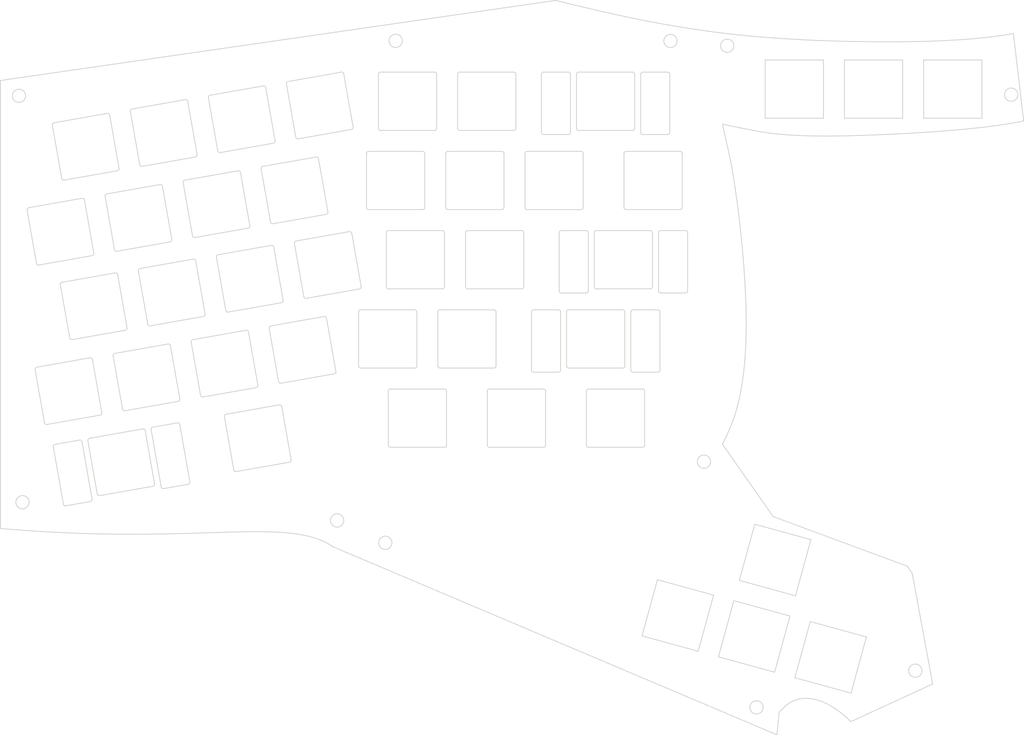
<source format=kicad_pcb>
(kicad_pcb (version 20171130) (host pcbnew "(5.1.6)-1")

  (general
    (thickness 1.6)
    (drawings 408)
    (tracks 0)
    (zones 0)
    (modules 0)
    (nets 1)
  )

  (page A4)
  (layers
    (0 F.Cu signal)
    (31 B.Cu signal)
    (32 B.Adhes user)
    (33 F.Adhes user)
    (34 B.Paste user)
    (35 F.Paste user)
    (36 B.SilkS user)
    (37 F.SilkS user)
    (38 B.Mask user)
    (39 F.Mask user)
    (40 Dwgs.User user)
    (41 Cmts.User user)
    (42 Eco1.User user)
    (43 Eco2.User user)
    (44 Edge.Cuts user)
    (45 Margin user)
    (46 B.CrtYd user)
    (47 F.CrtYd user)
    (48 B.Fab user)
    (49 F.Fab user)
  )

  (setup
    (last_trace_width 0.254)
    (user_trace_width 0.381)
    (trace_clearance 0.254)
    (zone_clearance 0.508)
    (zone_45_only no)
    (trace_min 0.2)
    (via_size 0.8)
    (via_drill 0.4)
    (via_min_size 0.4)
    (via_min_drill 0.3)
    (uvia_size 0.3)
    (uvia_drill 0.1)
    (uvias_allowed no)
    (uvia_min_size 0.2)
    (uvia_min_drill 0.1)
    (edge_width 0.05)
    (segment_width 0.2)
    (pcb_text_width 0.3)
    (pcb_text_size 1.5 1.5)
    (mod_edge_width 0.12)
    (mod_text_size 1 1)
    (mod_text_width 0.15)
    (pad_size 1.524 1.524)
    (pad_drill 0.762)
    (pad_to_mask_clearance 0)
    (aux_axis_origin 0 0)
    (visible_elements FFFFFF7F)
    (pcbplotparams
      (layerselection 0x010fc_ffffffff)
      (usegerberextensions false)
      (usegerberattributes true)
      (usegerberadvancedattributes true)
      (creategerberjobfile true)
      (excludeedgelayer true)
      (linewidth 0.100000)
      (plotframeref false)
      (viasonmask false)
      (mode 1)
      (useauxorigin false)
      (hpglpennumber 1)
      (hpglpenspeed 20)
      (hpglpendiameter 15.000000)
      (psnegative false)
      (psa4output false)
      (plotreference true)
      (plotvalue true)
      (plotinvisibletext false)
      (padsonsilk false)
      (subtractmaskfromsilk false)
      (outputformat 1)
      (mirror false)
      (drillshape 1)
      (scaleselection 1)
      (outputdirectory ""))
  )

  (net 0 "")

  (net_class Default "This is the default net class."
    (clearance 0.254)
    (trace_width 0.254)
    (via_dia 0.8)
    (via_drill 0.4)
    (uvia_dia 0.3)
    (uvia_drill 0.1)
  )

  (gr_circle (center 31.842236 39.970449) (end 30.242236 39.970449) (layer Edge.Cuts) (width 0.2))
  (gr_circle (center 202.137623 27.927227) (end 200.537623 27.927227) (layer Edge.Cuts) (width 0.2))
  (gr_circle (center 196.544593 127.933021) (end 194.944593 127.933021) (layer Edge.Cuts) (width 0.2))
  (gr_circle (center 122.427311 26.75343) (end 120.827311 26.75343) (layer Edge.Cuts) (width 0.2))
  (gr_circle (center 119.924232 147.447424) (end 118.324232 147.447424) (layer Edge.Cuts) (width 0.2))
  (gr_line (start 225.277857 31.361151) (end 211.277857 31.361151) (layer Edge.Cuts) (width 0.2))
  (gr_curve (pts (xy 104.066865 146.681069) (xy 105.671929 147.301048) (xy 106.75697 147.972378) (xy 107.435066 148.442166)) (layer Edge.Cuts) (width 0.2))
  (gr_curve (pts (xy 202.168381 25.019871) (xy 187.672323 23.331903) (xy 174.303273 20.370742) (xy 160.891209 17.028601)) (layer Edge.Cuts) (width 0.2))
  (gr_curve (pts (xy 243.247038 26.975893) (xy 231.463501 27.061831) (xy 216.139153 26.646674) (xy 202.168381 25.019871)) (layer Edge.Cuts) (width 0.2))
  (gr_curve (pts (xy 228.567112 187.641356) (xy 229.744206 188.467591) (xy 230.85116 189.418316) (xy 231.854152 190.45085)) (layer Edge.Cuts) (width 0.2))
  (gr_curve (pts (xy 241.836527 49.190195) (xy 262.100467 48.209626) (xy 269.957325 46.704091) (xy 273.427479 46.02204)) (layer Edge.Cuts) (width 0.2))
  (gr_line (start 231.854152 190.45085) (end 251.533756 181.39977) (layer Edge.Cuts) (width 0.2))
  (gr_line (start 200.034426 174.867193) (end 213.537573 178.563816) (layer Edge.Cuts) (width 0.2))
  (gr_line (start 211.277857 31.361151) (end 211.277857 45.361151) (layer Edge.Cuts) (width 0.2))
  (gr_line (start 230.327857 45.361151) (end 244.327857 45.361151) (layer Edge.Cuts) (width 0.2))
  (gr_curve (pts (xy 206.694468 93.064345) (xy 206.540043 80.745874) (xy 204.881577 67.824545) (xy 204.035627 62.050055)) (layer Edge.Cuts) (width 0.2))
  (gr_curve (pts (xy 219.235368 185.065293) (xy 220.065404 184.858283) (xy 220.936204 184.793872) (xy 221.849318 184.873105)) (layer Edge.Cuts) (width 0.2))
  (gr_line (start 107.435066 148.442166) (end 214.07832 193.609275) (layer Edge.Cuts) (width 0.2))
  (gr_line (start 263.377857 45.361151) (end 263.377857 31.361151) (layer Edge.Cuts) (width 0.2))
  (gr_curve (pts (xy 214.631607 188.139294) (xy 216.060883 186.764517) (xy 216.350665 186.485785) (xy 216.791612 186.176447)) (layer Edge.Cuts) (width 0.2))
  (gr_line (start 244.327857 31.361151) (end 230.327857 31.361151) (layer Edge.Cuts) (width 0.2))
  (gr_line (start 249.377857 45.361151) (end 263.377857 45.361151) (layer Edge.Cuts) (width 0.2))
  (gr_curve (pts (xy 204.606043 114.556763) (xy 206.563805 107.092986) (xy 206.764299 98.63476) (xy 206.694468 93.064345)) (layer Edge.Cuts) (width 0.2))
  (gr_line (start 213.206538 141.15327) (end 201.008927 123.773996) (layer Edge.Cuts) (width 0.2))
  (gr_line (start 246.631884 154.801956) (end 246.51924 154.625646) (layer Edge.Cuts) (width 0.2))
  (gr_line (start 263.377857 31.361151) (end 249.377857 31.361151) (layer Edge.Cuts) (width 0.2))
  (gr_line (start 218.408351 179.897241) (end 231.911498 183.593864) (layer Edge.Cuts) (width 0.2))
  (gr_line (start 203.731049 161.364046) (end 200.034426 174.867193) (layer Edge.Cuts) (width 0.2))
  (gr_curve (pts (xy 91.698391 144.800527) (xy 94.938424 144.87719) (xy 97.792133 145.110332) (xy 100.286559 145.608078)) (layer Edge.Cuts) (width 0.2))
  (gr_line (start 231.911498 183.593864) (end 235.608121 170.090716) (layer Edge.Cuts) (width 0.2))
  (gr_line (start 198.860271 160.030622) (end 185.357124 156.333999) (layer Edge.Cuts) (width 0.2))
  (gr_line (start 230.327857 31.361151) (end 230.327857 45.361151) (layer Edge.Cuts) (width 0.2))
  (gr_curve (pts (xy 200.994869 46.81741) (xy 209.917086 48.585115) (xy 210.526342 48.766855) (xy 214.297057 49.147734)) (layer Edge.Cuts) (width 0.2))
  (gr_line (start 245.435609 153.081677) (end 213.206538 141.15327) (layer Edge.Cuts) (width 0.2))
  (gr_line (start 218.567621 160.189891) (end 222.264243 146.686744) (layer Edge.Cuts) (width 0.2))
  (gr_line (start 225.277857 45.361151) (end 225.277857 31.361151) (layer Edge.Cuts) (width 0.2))
  (gr_curve (pts (xy 270.951644 24.995412) (xy 262.84004 26.448932) (xy 253.370119 26.902066) (xy 243.247038 26.975893)) (layer Edge.Cuts) (width 0.2))
  (gr_line (start 246.51924 154.625646) (end 245.435609 153.081677) (layer Edge.Cuts) (width 0.2))
  (gr_curve (pts (xy 224.931451 185.633728) (xy 226.475347 186.239142) (xy 227.743389 187.063162) (xy 228.567112 187.641356)) (layer Edge.Cuts) (width 0.2))
  (gr_line (start 181.660501 169.837146) (end 195.163648 173.533769) (layer Edge.Cuts) (width 0.2))
  (gr_line (start 160.891209 17.028601) (end 27.375751 36.285125) (layer Edge.Cuts) (width 0.2))
  (gr_line (start 273.427479 46.02204) (end 270.951644 24.995412) (layer Edge.Cuts) (width 0.2))
  (gr_curve (pts (xy 204.035627 62.050055) (xy 203.173503 56.165162) (xy 203.027273 55.853942) (xy 200.994869 46.81741)) (layer Edge.Cuts) (width 0.2))
  (gr_line (start 214.07832 193.609275) (end 214.631607 188.139294) (layer Edge.Cuts) (width 0.2))
  (gr_curve (pts (xy 221.849318 184.873105) (xy 223.010465 184.973859) (xy 224.077823 185.298992) (xy 224.931451 185.633728)) (layer Edge.Cuts) (width 0.2))
  (gr_line (start 235.608121 170.090716) (end 222.104974 166.394094) (layer Edge.Cuts) (width 0.2))
  (gr_line (start 222.104974 166.394094) (end 218.408351 179.897241) (layer Edge.Cuts) (width 0.2))
  (gr_line (start 244.327857 45.361151) (end 244.327857 31.361151) (layer Edge.Cuts) (width 0.2))
  (gr_line (start 222.264243 146.686744) (end 208.761096 142.990121) (layer Edge.Cuts) (width 0.2))
  (gr_curve (pts (xy 214.297057 49.147734) (xy 218.077701 49.529616) (xy 224.715863 50.018662) (xy 241.836527 49.190195)) (layer Edge.Cuts) (width 0.2))
  (gr_line (start 251.533756 181.39977) (end 246.631884 154.801956) (layer Edge.Cuts) (width 0.2))
  (gr_curve (pts (xy 100.286559 145.608078) (xy 101.571501 145.864479) (xy 102.843348 146.208468) (xy 104.066865 146.681069)) (layer Edge.Cuts) (width 0.2))
  (gr_line (start 205.064474 156.493268) (end 218.567621 160.189891) (layer Edge.Cuts) (width 0.2))
  (gr_line (start 208.761096 142.990121) (end 205.064474 156.493268) (layer Edge.Cuts) (width 0.2))
  (gr_curve (pts (xy 201.008927 123.773996) (xy 202.712282 120.178043) (xy 203.571083 118.502449) (xy 204.606043 114.556763)) (layer Edge.Cuts) (width 0.2))
  (gr_line (start 213.537573 178.563816) (end 217.234196 165.060669) (layer Edge.Cuts) (width 0.2))
  (gr_line (start 249.377857 31.361151) (end 249.377857 45.361151) (layer Edge.Cuts) (width 0.2))
  (gr_line (start 195.163648 173.533769) (end 198.860271 160.030622) (layer Edge.Cuts) (width 0.2))
  (gr_line (start 217.234196 165.060669) (end 203.731049 161.364046) (layer Edge.Cuts) (width 0.2))
  (gr_curve (pts (xy 216.791612 186.176447) (xy 217.526649 185.660796) (xy 218.366271 185.282044) (xy 219.235368 185.065293)) (layer Edge.Cuts) (width 0.2))
  (gr_line (start 211.277857 45.361151) (end 225.277857 45.361151) (layer Edge.Cuts) (width 0.2))
  (gr_curve (pts (xy 71.337017 145.211837) (xy 80.082887 144.975386) (xy 86.381126 144.674715) (xy 91.698391 144.800527)) (layer Edge.Cuts) (width 0.2))
  (gr_line (start 185.357124 156.333999) (end 181.660501 169.837146) (layer Edge.Cuts) (width 0.2))
  (gr_line (start 164.012 105.43) (end 177.012 105.43) (layer Edge.Cuts) (width 0.2))
  (gr_line (start 132.55575 91.93) (end 132.55575 104.93) (layer Edge.Cuts) (width 0.2))
  (gr_curve (pts (xy 33.354973 144.478065) (xy 49.893417 145.663666) (xy 62.606025 145.447885) (xy 71.337017 145.211837)) (layer Edge.Cuts) (width 0.2))
  (gr_line (start 27.375751 36.285125) (end 27.37575 144.000949) (layer Edge.Cuts) (width 0.2))
  (gr_arc (start 179.39325 34.78) (end 179.89325 34.78) (angle -90) (layer Edge.Cuts) (width 0.2))
  (gr_line (start 179.39325 34.28) (end 166.39325 34.28) (layer Edge.Cuts) (width 0.2))
  (gr_arc (start 133.05575 104.93) (end 132.55575 104.93) (angle -90) (layer Edge.Cuts) (width 0.2))
  (gr_arc (start 166.39325 47.78) (end 165.89325 47.78) (angle -90) (layer Edge.Cuts) (width 0.2))
  (gr_arc (start 150.81825 47.78) (end 150.81825 48.28) (angle -90) (layer Edge.Cuts) (width 0.2))
  (gr_line (start 177.512 104.93) (end 177.512 91.93) (layer Edge.Cuts) (width 0.2))
  (gr_line (start 146.05575 91.43) (end 133.05575 91.43) (layer Edge.Cuts) (width 0.2))
  (gr_arc (start 115.91075 66.83) (end 115.41075 66.83) (angle -90) (layer Edge.Cuts) (width 0.2))
  (gr_line (start 137.81825 34.28) (end 150.81825 34.28) (layer Edge.Cuts) (width 0.2))
  (gr_arc (start 137.81825 34.78) (end 137.81825 34.28) (angle -90) (layer Edge.Cuts) (width 0.2))
  (gr_line (start 179.89325 47.78) (end 179.89325 34.78) (layer Edge.Cuts) (width 0.2))
  (gr_line (start 128.91075 67.33) (end 115.91075 67.33) (layer Edge.Cuts) (width 0.2))
  (gr_curve (pts (xy 27.37575 144.000949) (xy 29.259333 144.166325) (xy 31.249585 144.327135) (xy 33.354973 144.478065)) (layer Edge.Cuts) (width 0.2))
  (gr_arc (start 179.39325 47.78) (end 179.39325 48.28) (angle -90) (layer Edge.Cuts) (width 0.2))
  (gr_line (start 137.31825 47.78) (end 137.31825 34.78) (layer Edge.Cuts) (width 0.2))
  (gr_line (start 170.1795 85.88) (end 170.1795 72.88) (layer Edge.Cuts) (width 0.2))
  (gr_arc (start 146.05575 104.93) (end 146.05575 105.43) (angle -90) (layer Edge.Cuts) (width 0.2))
  (gr_line (start 150.81825 48.28) (end 137.81825 48.28) (layer Edge.Cuts) (width 0.2))
  (gr_line (start 151.31825 34.78) (end 151.31825 47.78) (layer Edge.Cuts) (width 0.2))
  (gr_arc (start 150.81825 34.78) (end 151.31825 34.78) (angle -90) (layer Edge.Cuts) (width 0.2))
  (gr_line (start 183.6795 86.38) (end 170.6795 86.38) (layer Edge.Cuts) (width 0.2))
  (gr_arc (start 170.6795 72.88) (end 170.6795 72.38) (angle -90) (layer Edge.Cuts) (width 0.2))
  (gr_line (start 133.05575 105.43) (end 146.05575 105.43) (layer Edge.Cuts) (width 0.2))
  (gr_arc (start 137.81825 47.78) (end 137.31825 47.78) (angle -90) (layer Edge.Cuts) (width 0.2))
  (gr_arc (start 166.39325 34.78) (end 166.39325 34.28) (angle -90) (layer Edge.Cuts) (width 0.2))
  (gr_arc (start 183.6795 85.88) (end 183.6795 86.38) (angle -90) (layer Edge.Cuts) (width 0.2))
  (gr_arc (start 146.05575 91.93) (end 146.55575 91.93) (angle -90) (layer Edge.Cuts) (width 0.2))
  (gr_line (start 165.89325 34.78) (end 165.89325 47.78) (layer Edge.Cuts) (width 0.2))
  (gr_arc (start 183.6795 72.88) (end 184.1795 72.88) (angle -90) (layer Edge.Cuts) (width 0.2))
  (gr_arc (start 177.012 104.93) (end 177.012 105.43) (angle -90) (layer Edge.Cuts) (width 0.2))
  (gr_arc (start 164.012 104.93) (end 163.512 104.93) (angle -90) (layer Edge.Cuts) (width 0.2))
  (gr_line (start 146.55575 104.93) (end 146.55575 91.93) (layer Edge.Cuts) (width 0.2))
  (gr_arc (start 133.05575 91.93) (end 133.05575 91.43) (angle -90) (layer Edge.Cuts) (width 0.2))
  (gr_line (start 163.512 91.93) (end 163.512 104.93) (layer Edge.Cuts) (width 0.2))
  (gr_arc (start 164.012 91.93) (end 164.012 91.43) (angle -90) (layer Edge.Cuts) (width 0.2))
  (gr_line (start 177.012 91.43) (end 164.012 91.43) (layer Edge.Cuts) (width 0.2))
  (gr_line (start 166.39325 48.28) (end 179.39325 48.28) (layer Edge.Cuts) (width 0.2))
  (gr_line (start 184.1795 72.88) (end 184.1795 85.88) (layer Edge.Cuts) (width 0.2))
  (gr_line (start 170.6795 72.38) (end 183.6795 72.38) (layer Edge.Cuts) (width 0.2))
  (gr_arc (start 170.6795 85.88) (end 170.1795 85.88) (angle -90) (layer Edge.Cuts) (width 0.2))
  (gr_line (start 115.41075 66.83) (end 115.41075 53.83) (layer Edge.Cuts) (width 0.2))
  (gr_arc (start 177.012 91.93) (end 177.512 91.93) (angle -90) (layer Edge.Cuts) (width 0.2))
  (gr_line (start 62.19028 120.4695) (end 64.447706 133.272) (layer Edge.Cuts) (width 0.2))
  (gr_line (start 62.80499 94.873902) (end 60.547564 82.071401) (layer Edge.Cuts) (width 0.2))
  (gr_arc (start 71.91662 41.378975) (end 72.409024 41.292151) (angle -90) (layer Edge.Cuts) (width 0.2))
  (gr_arc (start 61.371546 56.438902) (end 60.879142 56.525726) (angle -90.00001248) (layer Edge.Cuts) (width 0.2))
  (gr_arc (start 111.363644 73.111154) (end 111.856048 73.02433) (angle -90.00001248) (layer Edge.Cuts) (width 0.2))
  (gr_arc (start 61.697876 120.556324) (end 62.19028 120.4695) (angle -90) (layer Edge.Cuts) (width 0.2))
  (gr_line (start 100.326165 88.257905) (end 98.068739 75.455404) (layer Edge.Cuts) (width 0.2))
  (gr_arc (start 83.983831 129.827253) (end 83.491427 129.914077) (angle -90.00001248) (layer Edge.Cuts) (width 0.2))
  (gr_arc (start 73.842468 79.727151) (end 74.334872 79.640326) (angle -89.99989963) (layer Edge.Cuts) (width 0.2))
  (gr_line (start 96.873156 128.062231) (end 84.070655 130.319657) (layer Edge.Cuts) (width 0.2))
  (gr_line (start 60.953144 81.492173) (end 73.755644 79.234747) (layer Edge.Cuts) (width 0.2))
  (gr_line (start 52.954999 63.558585) (end 65.7575 61.301158) (layer Edge.Cuts) (width 0.2))
  (gr_line (start 81.639581 116.532349) (end 94.442081 114.274922) (layer Edge.Cuts) (width 0.2))
  (gr_line (start 50.660398 135.703074) (end 48.402972 122.900574) (layer Edge.Cuts) (width 0.2))
  (gr_arc (start 59.114119 43.636401) (end 59.027295 43.143997) (angle -90) (layer Edge.Cuts) (width 0.2))
  (gr_line (start 64.042127 133.851228) (end 51.239626 136.108654) (layer Edge.Cuts) (width 0.2))
  (gr_line (start 60.879142 56.525726) (end 58.621715 43.723225) (layer Edge.Cuts) (width 0.2))
  (gr_line (start 72.409024 41.292151) (end 74.66645 54.094651) (layer Edge.Cuts) (width 0.2))
  (gr_line (start 111.856048 73.02433) (end 114.113474 85.826831) (layer Edge.Cuts) (width 0.2))
  (gr_line (start 98.474319 74.876176) (end 111.27682 72.61875) (layer Edge.Cuts) (width 0.2))
  (gr_arc (start 98.561143 75.36858) (end 98.474319 74.876176) (angle -89.99998752) (layer Edge.Cuts) (width 0.2))
  (gr_arc (start 81.726405 117.024753) (end 81.639581 116.532349) (angle -90) (layer Edge.Cuts) (width 0.2))
  (gr_arc (start 94.528905 114.767326) (end 95.021309 114.680502) (angle -90) (layer Edge.Cuts) (width 0.2))
  (gr_line (start 83.491427 129.914077) (end 81.234001 117.111577) (layer Edge.Cuts) (width 0.2))
  (gr_line (start 95.021309 114.680502) (end 97.278736 127.483003) (layer Edge.Cuts) (width 0.2))
  (gr_line (start 48.808551 122.321346) (end 61.611052 120.06392) (layer Edge.Cuts) (width 0.2))
  (gr_arc (start 63.955303 133.358824) (end 64.042127 133.851228) (angle -90.0000199) (layer Edge.Cuts) (width 0.2))
  (gr_arc (start 74.174046 54.181475) (end 74.26087 54.673879) (angle -89.99998752) (layer Edge.Cuts) (width 0.2))
  (gr_arc (start 96.786332 127.569827) (end 96.873156 128.062231) (angle -90) (layer Edge.Cuts) (width 0.2))
  (gr_arc (start 48.895376 122.81375) (end 48.808551 122.321346) (angle -89.99988715) (layer Edge.Cuts) (width 0.2))
  (gr_arc (start 63.297394 94.787078) (end 62.80499 94.873902) (angle -90.0000199) (layer Edge.Cuts) (width 0.2))
  (gr_line (start 59.027295 43.143997) (end 71.829796 40.886571) (layer Edge.Cuts) (width 0.2))
  (gr_line (start 74.334872 79.640326) (end 76.592299 92.442827) (layer Edge.Cuts) (width 0.2))
  (gr_line (start 74.26087 54.673879) (end 61.45837 56.931306) (layer Edge.Cuts) (width 0.2))
  (gr_line (start 115.91075 53.33) (end 128.91075 53.33) (layer Edge.Cuts) (width 0.2))
  (gr_arc (start 128.91075 66.83) (end 128.91075 67.33) (angle -90) (layer Edge.Cuts) (width 0.2))
  (gr_arc (start 76.099895 92.529651) (end 76.186719 93.022055) (angle -90) (layer Edge.Cuts) (width 0.2))
  (gr_line (start 113.707894 86.406059) (end 100.905393 88.663485) (layer Edge.Cuts) (width 0.2))
  (gr_arc (start 61.039968 81.984577) (end 60.953144 81.492173) (angle -90) (layer Edge.Cuts) (width 0.2))
  (gr_line (start 129.41075 53.83) (end 129.41075 66.83) (layer Edge.Cuts) (width 0.2))
  (gr_arc (start 128.91075 53.83) (end 129.41075 53.83) (angle -90) (layer Edge.Cuts) (width 0.2))
  (gr_line (start 76.186719 93.022055) (end 63.384218 95.279481) (layer Edge.Cuts) (width 0.2))
  (gr_arc (start 115.91075 53.83) (end 115.91075 53.33) (angle -90) (layer Edge.Cuts) (width 0.2))
  (gr_arc (start 100.818569 88.171081) (end 100.326165 88.257905) (angle -90) (layer Edge.Cuts) (width 0.2))
  (gr_arc (start 113.62107 85.913655) (end 113.707894 86.406059) (angle -90) (layer Edge.Cuts) (width 0.2))
  (gr_arc (start 51.152802 135.61625) (end 50.660398 135.703074) (angle -90) (layer Edge.Cuts) (width 0.2))
  (gr_line (start 68.188574 75.088467) (end 55.386074 77.345893) (layer Edge.Cuts) (width 0.2))
  (gr_arc (start 90.677207 38.070977) (end 91.169611 37.984153) (angle -90) (layer Edge.Cuts) (width 0.2))
  (gr_arc (start 70.027599 112.944237) (end 70.114423 113.436641) (angle -90.00001248) (layer Edge.Cuts) (width 0.2))
  (gr_line (start 81.565577 91.565903) (end 79.308151 78.763403) (layer Edge.Cuts) (width 0.2))
  (gr_line (start 66.037508 134.007101) (end 63.606434 120.219794) (layer Edge.Cuts) (width 0.2))
  (gr_line (start 120.17325 85.88) (end 120.17325 72.88) (layer Edge.Cuts) (width 0.2))
  (gr_line (start 91.169611 37.984153) (end 93.427037 50.786653) (layer Edge.Cuts) (width 0.2))
  (gr_line (start 79.71373 78.184175) (end 92.516231 75.926748) (layer Edge.Cuts) (width 0.2))
  (gr_arc (start 79.800554 78.676579) (end 79.71373 78.184175) (angle -90.0000199) (layer Edge.Cuts) (width 0.2))
  (gr_arc (start 77.874706 40.328403) (end 77.787882 39.835999) (angle -90.00001248) (layer Edge.Cuts) (width 0.2))
  (gr_line (start 120.67325 72.38) (end 133.67325 72.38) (layer Edge.Cuts) (width 0.2))
  (gr_arc (start 133.67325 85.88) (end 133.67325 86.38) (angle -90) (layer Edge.Cuts) (width 0.2))
  (gr_arc (start 68.10175 74.596063) (end 68.188574 75.088467) (angle -90) (layer Edge.Cuts) (width 0.2))
  (gr_line (start 66.336728 61.706738) (end 68.594154 74.509239) (layer Edge.Cuts) (width 0.2))
  (gr_arc (start 65.844324 61.793562) (end 66.336728 61.706738) (angle -90.0000199) (layer Edge.Cuts) (width 0.2))
  (gr_line (start 54.880848 101.906759) (end 67.683348 99.649332) (layer Edge.Cuts) (width 0.2))
  (gr_arc (start 54.967672 102.399163) (end 54.880848 101.906759) (angle -89.99998752) (layer Edge.Cuts) (width 0.2))
  (gr_line (start 70.114423 113.436641) (end 57.311922 115.694067) (layer Edge.Cuts) (width 0.2))
  (gr_line (start 56.732694 115.288487) (end 54.475268 102.485987) (layer Edge.Cuts) (width 0.2))
  (gr_arc (start 57.225098 115.201663) (end 56.732694 115.288487) (angle -90) (layer Edge.Cuts) (width 0.2))
  (gr_arc (start 92.603055 76.419152) (end 93.095459 76.332328) (angle -90) (layer Edge.Cuts) (width 0.2))
  (gr_arc (start 120.67325 85.88) (end 120.17325 85.88) (angle -90) (layer Edge.Cuts) (width 0.2))
  (gr_arc (start 80.132132 53.130904) (end 79.639728 53.217728) (angle -90) (layer Edge.Cuts) (width 0.2))
  (gr_line (start 68.262576 100.054912) (end 70.520003 112.857413) (layer Edge.Cuts) (width 0.2))
  (gr_arc (start 70.007684 119.091081) (end 70.500088 119.004257) (angle -90) (layer Edge.Cuts) (width 0.2))
  (gr_line (start 64.012014 119.640566) (end 69.92086 118.598677) (layer Edge.Cuts) (width 0.2))
  (gr_arc (start 92.934633 50.873477) (end 93.021457 51.365881) (angle -89.99998752) (layer Edge.Cuts) (width 0.2))
  (gr_line (start 72.525583 133.370792) (end 66.616736 134.412681) (layer Edge.Cuts) (width 0.2))
  (gr_arc (start 67.770172 100.141736) (end 68.262576 100.054912) (angle -90) (layer Edge.Cuts) (width 0.2))
  (gr_arc (start 72.438759 132.878388) (end 72.525583 133.370792) (angle -90.0000199) (layer Edge.Cuts) (width 0.2))
  (gr_line (start 79.639728 53.217728) (end 77.382302 40.415227) (layer Edge.Cuts) (width 0.2))
  (gr_arc (start 64.098838 120.13297) (end 64.012014 119.640566) (angle -90) (layer Edge.Cuts) (width 0.2))
  (gr_arc (start 66.529912 133.920277) (end 66.037508 134.007101) (angle -90) (layer Edge.Cuts) (width 0.2))
  (gr_arc (start 82.057981 91.479079) (end 81.565577 91.565903) (angle -90.00001248) (layer Edge.Cuts) (width 0.2))
  (gr_line (start 94.947306 89.714057) (end 82.144805 91.971483) (layer Edge.Cuts) (width 0.2))
  (gr_arc (start 94.860481 89.221653) (end 94.947306 89.714057) (angle -89.99988715) (layer Edge.Cuts) (width 0.2))
  (gr_line (start 77.787882 39.835999) (end 90.590383 37.578573) (layer Edge.Cuts) (width 0.2))
  (gr_line (start 93.095459 76.332328) (end 95.352885 89.134829) (layer Edge.Cuts) (width 0.2))
  (gr_line (start 133.67325 86.38) (end 120.67325 86.38) (layer Edge.Cuts) (width 0.2))
  (gr_line (start 134.17325 72.88) (end 134.17325 85.88) (layer Edge.Cuts) (width 0.2))
  (gr_arc (start 53.041823 64.050989) (end 52.954999 63.558585) (angle -90) (layer Edge.Cuts) (width 0.2))
  (gr_line (start 70.500088 119.004257) (end 72.931162 132.791564) (layer Edge.Cuts) (width 0.2))
  (gr_arc (start 120.67325 72.88) (end 120.67325 72.38) (angle -90) (layer Edge.Cuts) (width 0.2))
  (gr_line (start 93.021457 51.365881) (end 80.218956 53.623308) (layer Edge.Cuts) (width 0.2))
  (gr_line (start 54.806847 76.940314) (end 52.549419 64.137813) (layer Edge.Cuts) (width 0.2))
  (gr_arc (start 55.29925 76.853489) (end 54.806847 76.940314) (angle -89.99989963) (layer Edge.Cuts) (width 0.2))
  (gr_line (start 168.2415 72.38) (end 162.2415 72.38) (layer Edge.Cuts) (width 0.2))
  (gr_line (start 168.7415 86.88) (end 168.7415 72.88) (layer Edge.Cuts) (width 0.2))
  (gr_line (start 155.074 105.93) (end 155.074 91.93) (layer Edge.Cuts) (width 0.2))
  (gr_line (start 161.574 106.43) (end 155.574 106.43) (layer Edge.Cuts) (width 0.2))
  (gr_arc (start 181.83125 34.78) (end 181.83125 34.28) (angle -90) (layer Edge.Cuts) (width 0.2))
  (gr_arc (start 168.2415 72.88) (end 168.7415 72.88) (angle -90) (layer Edge.Cuts) (width 0.2))
  (gr_line (start 155.574 91.43) (end 161.574 91.43) (layer Edge.Cuts) (width 0.2))
  (gr_arc (start 161.574 91.93) (end 162.074 91.93) (angle -90) (layer Edge.Cuts) (width 0.2))
  (gr_line (start 181.33125 34.78) (end 181.33125 48.78) (layer Edge.Cuts) (width 0.2))
  (gr_line (start 187.83125 34.28) (end 181.83125 34.28) (layer Edge.Cuts) (width 0.2))
  (gr_line (start 162.074 91.93) (end 162.074 105.93) (layer Edge.Cuts) (width 0.2))
  (gr_arc (start 161.574 105.93) (end 161.574 106.43) (angle -90) (layer Edge.Cuts) (width 0.2))
  (gr_line (start 162.2415 87.38) (end 168.2415 87.38) (layer Edge.Cuts) (width 0.2))
  (gr_arc (start 162.2415 86.88) (end 161.7415 86.88) (angle -90) (layer Edge.Cuts) (width 0.2))
  (gr_line (start 161.7415 72.88) (end 161.7415 86.88) (layer Edge.Cuts) (width 0.2))
  (gr_arc (start 168.2415 86.88) (end 168.2415 87.38) (angle -90) (layer Edge.Cuts) (width 0.2))
  (gr_arc (start 155.574 105.93) (end 155.074 105.93) (angle -90) (layer Edge.Cuts) (width 0.2))
  (gr_line (start 120.6495 123.98) (end 120.6495 110.98) (layer Edge.Cuts) (width 0.2))
  (gr_arc (start 121.1495 123.98) (end 120.6495 123.98) (angle -90) (layer Edge.Cuts) (width 0.2))
  (gr_arc (start 134.1495 123.98) (end 134.1495 124.48) (angle -90) (layer Edge.Cuts) (width 0.2))
  (gr_arc (start 162.2415 72.88) (end 162.2415 72.38) (angle -90) (layer Edge.Cuts) (width 0.2))
  (gr_arc (start 155.574 91.93) (end 155.574 91.43) (angle -90) (layer Edge.Cuts) (width 0.2))
  (gr_line (start 134.1495 124.48) (end 121.1495 124.48) (layer Edge.Cuts) (width 0.2))
  (gr_arc (start 134.1495 110.98) (end 134.6495 110.98) (angle -90) (layer Edge.Cuts) (width 0.2))
  (gr_arc (start 131.76825 47.78) (end 131.76825 48.28) (angle -90) (layer Edge.Cuts) (width 0.2))
  (gr_line (start 118.76825 48.28) (end 131.76825 48.28) (layer Edge.Cuts) (width 0.2))
  (gr_arc (start 118.76825 34.78) (end 118.76825 34.28) (angle -90) (layer Edge.Cuts) (width 0.2))
  (gr_line (start 92.402023 95.290764) (end 105.204524 93.033338) (layer Edge.Cuts) (width 0.2))
  (gr_arc (start 92.488847 95.783168) (end 92.402023 95.290764) (angle -90) (layer Edge.Cuts) (width 0.2))
  (gr_arc (start 118.76825 47.78) (end 118.26825 47.78) (angle -90) (layer Edge.Cuts) (width 0.2))
  (gr_line (start 131.76825 34.28) (end 118.76825 34.28) (layer Edge.Cuts) (width 0.2))
  (gr_line (start 85.097315 58.39874) (end 87.354741 71.201241) (layer Edge.Cuts) (width 0.2))
  (gr_line (start 71.715586 60.250587) (end 84.518087 57.99316) (layer Edge.Cuts) (width 0.2))
  (gr_line (start 73.567432 73.632315) (end 71.310006 60.829815) (layer Edge.Cuts) (width 0.2))
  (gr_line (start 121.1495 110.48) (end 134.1495 110.48) (layer Edge.Cuts) (width 0.2))
  (gr_line (start 118.26825 34.78) (end 118.26825 47.78) (layer Edge.Cuts) (width 0.2))
  (gr_arc (start 84.604911 58.485564) (end 85.097315 58.39874) (angle -89.99998752) (layer Edge.Cuts) (width 0.2))
  (gr_line (start 94.253869 108.672493) (end 91.996443 95.869992) (layer Edge.Cuts) (width 0.2))
  (gr_arc (start 71.80241 60.742991) (end 71.715586 60.250587) (angle -90) (layer Edge.Cuts) (width 0.2))
  (gr_arc (start 86.862337 71.288065) (end 86.949161 71.780469) (angle -90.00001248) (layer Edge.Cuts) (width 0.2))
  (gr_arc (start 131.76825 34.78) (end 132.26825 34.78) (angle -90) (layer Edge.Cuts) (width 0.2))
  (gr_arc (start 74.059836 73.545491) (end 73.567432 73.632315) (angle -90) (layer Edge.Cuts) (width 0.2))
  (gr_arc (start 121.1495 110.98) (end 121.1495 110.48) (angle -90) (layer Edge.Cuts) (width 0.2))
  (gr_line (start 132.26825 47.78) (end 132.26825 34.78) (layer Edge.Cuts) (width 0.2))
  (gr_line (start 134.6495 110.98) (end 134.6495 123.98) (layer Edge.Cuts) (width 0.2))
  (gr_line (start 86.949161 71.780469) (end 74.14666 74.037895) (layer Edge.Cuts) (width 0.2))
  (gr_arc (start 55.08188 83.035147) (end 55.574284 82.948323) (angle -89.99998752) (layer Edge.Cuts) (width 0.2))
  (gr_arc (start 57.339306 95.837648) (end 57.42613 96.330052) (angle -90) (layer Edge.Cuts) (width 0.2))
  (gr_line (start 105.783752 93.438918) (end 108.041178 106.241419) (layer Edge.Cuts) (width 0.2))
  (gr_arc (start 48.925489 137.024412) (end 49.012313 137.516816) (angle -90.00001248) (layer Edge.Cuts) (width 0.2))
  (gr_line (start 107.635598 106.820647) (end 94.833097 109.078073) (layer Edge.Cuts) (width 0.2))
  (gr_arc (start 94.746273 108.585669) (end 94.253869 108.672493) (angle -90) (layer Edge.Cuts) (width 0.2))
  (gr_line (start 49.012313 137.516816) (end 43.103466 138.558705) (layer Edge.Cuts) (width 0.2))
  (gr_arc (start 107.548774 106.328243) (end 107.635598 106.820647) (angle -89.9999801) (layer Edge.Cuts) (width 0.2))
  (gr_line (start 42.524238 138.153125) (end 40.093164 124.365818) (layer Edge.Cuts) (width 0.2))
  (gr_line (start 42.192555 84.800169) (end 54.995056 82.542743) (layer Edge.Cuts) (width 0.2))
  (gr_line (start 44.044401 98.181898) (end 41.786975 85.379397) (layer Edge.Cuts) (width 0.2))
  (gr_line (start 57.42613 96.330052) (end 44.623629 98.587478) (layer Edge.Cuts) (width 0.2))
  (gr_arc (start 40.353531 46.944399) (end 40.266707 46.451995) (angle -89.99998752) (layer Edge.Cuts) (width 0.2))
  (gr_arc (start 105.291348 93.525742) (end 105.783752 93.438918) (angle -90) (layer Edge.Cuts) (width 0.2))
  (gr_arc (start 43.016642 138.066301) (end 42.524238 138.153125) (angle -89.99998752) (layer Edge.Cuts) (width 0.2))
  (gr_arc (start 40.585568 124.278994) (end 40.498744 123.78659) (angle -90) (layer Edge.Cuts) (width 0.2))
  (gr_line (start 46.986818 123.150281) (end 49.417893 136.937588) (layer Edge.Cuts) (width 0.2))
  (gr_line (start 40.266707 46.451995) (end 53.069208 44.194569) (layer Edge.Cuts) (width 0.2))
  (gr_arc (start 46.494414 123.237105) (end 46.986818 123.150281) (angle -90) (layer Edge.Cuts) (width 0.2))
  (gr_line (start 40.498744 123.78659) (end 46.40759 122.744701) (layer Edge.Cuts) (width 0.2))
  (gr_arc (start 42.279379 85.292573) (end 42.192555 84.800169) (angle -90.00001248) (layer Edge.Cuts) (width 0.2))
  (gr_arc (start 44.536805 98.095074) (end 44.044401 98.181898) (angle -89.9999801) (layer Edge.Cuts) (width 0.2))
  (gr_line (start 55.574284 82.948323) (end 57.83171 95.750824) (layer Edge.Cuts) (width 0.2))
  (gr_arc (start 34.281235 67.358985) (end 34.194411 66.866581) (angle -90) (layer Edge.Cuts) (width 0.2))
  (gr_line (start 36.046257 80.24831) (end 33.788831 67.445809) (layer Edge.Cuts) (width 0.2))
  (gr_line (start 51.353834 116.744639) (end 38.551333 119.002066) (layer Edge.Cuts) (width 0.2))
  (gr_arc (start 38.464509 118.509662) (end 37.972105 118.596486) (angle -90.0000199) (layer Edge.Cuts) (width 0.2))
  (gr_arc (start 51.26701 116.252235) (end 51.353834 116.744639) (angle -89.99998752) (layer Edge.Cuts) (width 0.2))
  (gr_arc (start 42.610957 59.7469) (end 42.118553 59.833724) (angle -90) (layer Edge.Cuts) (width 0.2))
  (gr_arc (start 36.538661 80.161486) (end 36.046257 80.24831) (angle -89.99998752) (layer Edge.Cuts) (width 0.2))
  (gr_arc (start 36.207083 105.707161) (end 36.120259 105.214757) (angle -89.99998752) (layer Edge.Cuts) (width 0.2))
  (gr_line (start 36.120259 105.214757) (end 48.92276 102.957331) (layer Edge.Cuts) (width 0.2))
  (gr_line (start 42.118553 59.833724) (end 39.861127 47.031223) (layer Edge.Cuts) (width 0.2))
  (gr_line (start 55.500282 57.981878) (end 42.697781 60.239304) (layer Edge.Cuts) (width 0.2))
  (gr_arc (start 49.009584 103.449735) (end 49.501988 103.36291) (angle -89.99989963) (layer Edge.Cuts) (width 0.2))
  (gr_line (start 49.501988 103.36291) (end 51.759414 116.165411) (layer Edge.Cuts) (width 0.2))
  (gr_line (start 53.648436 44.600149) (end 55.905862 57.40265) (layer Edge.Cuts) (width 0.2))
  (gr_arc (start 53.156032 44.686973) (end 53.648436 44.600149) (angle -89.99999258) (layer Edge.Cuts) (width 0.2))
  (gr_arc (start 55.413458 57.489474) (end 55.500282 57.981878) (angle -90) (layer Edge.Cuts) (width 0.2))
  (gr_line (start 49.427986 78.396463) (end 36.625485 80.65389) (layer Edge.Cuts) (width 0.2))
  (gr_line (start 47.576139 65.014735) (end 49.833566 77.817235) (layer Edge.Cuts) (width 0.2))
  (gr_arc (start 47.083735 65.101559) (end 47.576139 65.014735) (angle -90.00001248) (layer Edge.Cuts) (width 0.2))
  (gr_line (start 34.194411 66.866581) (end 46.996911 64.609155) (layer Edge.Cuts) (width 0.2))
  (gr_arc (start 73.728258 99.091164) (end 73.641434 98.598761) (angle -89.9999801) (layer Edge.Cuts) (width 0.2))
  (gr_arc (start 49.341162 77.904059) (end 49.427986 78.396463) (angle -90) (layer Edge.Cuts) (width 0.2))
  (gr_line (start 37.972105 118.596486) (end 35.714679 105.793985) (layer Edge.Cuts) (width 0.2))
  (gr_line (start 75.493281 111.980489) (end 73.235854 99.177988) (layer Edge.Cuts) (width 0.2))
  (gr_arc (start 75.985685 111.893665) (end 75.493281 111.980489) (angle -90) (layer Edge.Cuts) (width 0.2))
  (gr_arc (start 86.530759 96.833738) (end 87.023163 96.746914) (angle -90) (layer Edge.Cuts) (width 0.2))
  (gr_line (start 103.857903 55.090742) (end 106.11533 67.893243) (layer Edge.Cuts) (width 0.2))
  (gr_arc (start 103.365499 55.177566) (end 103.857903 55.090742) (angle -90) (layer Edge.Cuts) (width 0.2))
  (gr_line (start 92.328021 70.324317) (end 90.070595 57.521816) (layer Edge.Cuts) (width 0.2))
  (gr_line (start 90.476175 56.942588) (end 103.278675 54.685162) (layer Edge.Cuts) (width 0.2))
  (gr_arc (start 92.820425 70.237493) (end 92.328021 70.324317) (angle -90.00001248) (layer Edge.Cuts) (width 0.2))
  (gr_arc (start 98.892721 49.822907) (end 98.400317 49.909731) (angle -89.99998752) (layer Edge.Cuts) (width 0.2))
  (gr_arc (start 111.695222 47.565481) (end 111.782046 48.057885) (angle -90) (layer Edge.Cuts) (width 0.2))
  (gr_arc (start 109.437795 34.76298) (end 109.930199 34.676156) (angle -89.99998752) (layer Edge.Cuts) (width 0.2))
  (gr_arc (start 88.788185 109.636239) (end 88.875009 110.128643) (angle -89.99998752) (layer Edge.Cuts) (width 0.2))
  (gr_line (start 87.023163 96.746914) (end 89.280589 109.549415) (layer Edge.Cuts) (width 0.2))
  (gr_line (start 73.641434 98.598761) (end 86.443935 96.341334) (layer Edge.Cuts) (width 0.2))
  (gr_arc (start 90.562999 57.434992) (end 90.476175 56.942588) (angle -89.99998752) (layer Edge.Cuts) (width 0.2))
  (gr_line (start 109.930199 34.676156) (end 112.187626 47.478657) (layer Edge.Cuts) (width 0.2))
  (gr_line (start 111.782046 48.057885) (end 98.979545 50.315311) (layer Edge.Cuts) (width 0.2))
  (gr_line (start 105.70975 68.472471) (end 92.907249 70.729897) (layer Edge.Cuts) (width 0.2))
  (gr_line (start 96.548471 36.528003) (end 109.350971 34.270576) (layer Edge.Cuts) (width 0.2))
  (gr_arc (start 105.622926 67.980067) (end 105.70975 68.472471) (angle -90.00001248) (layer Edge.Cuts) (width 0.2))
  (gr_line (start 98.400317 49.909731) (end 96.142891 37.107231) (layer Edge.Cuts) (width 0.2))
  (gr_line (start 88.875009 110.128643) (end 76.072509 112.386069) (layer Edge.Cuts) (width 0.2))
  (gr_arc (start 96.635295 37.020407) (end 96.548471 36.528003) (angle -90) (layer Edge.Cuts) (width 0.2))
  (gr_line (start 168.2745 110.98) (end 168.2745 123.98) (layer Edge.Cuts) (width 0.2))
  (gr_line (start 127.50575 91.93) (end 127.50575 104.93) (layer Edge.Cuts) (width 0.2))
  (gr_line (start 114.00575 91.43) (end 127.00575 91.43) (layer Edge.Cuts) (width 0.2))
  (gr_arc (start 114.00575 91.93) (end 114.00575 91.43) (angle -90) (layer Edge.Cuts) (width 0.2))
  (gr_arc (start 139.72325 72.88) (end 139.72325 72.38) (angle -90) (layer Edge.Cuts) (width 0.2))
  (gr_line (start 113.50575 104.93) (end 113.50575 91.93) (layer Edge.Cuts) (width 0.2))
  (gr_line (start 127.00575 105.43) (end 114.00575 105.43) (layer Edge.Cuts) (width 0.2))
  (gr_arc (start 127.00575 104.93) (end 127.00575 105.43) (angle -90) (layer Edge.Cuts) (width 0.2))
  (gr_arc (start 139.72325 85.88) (end 139.22325 85.88) (angle -90) (layer Edge.Cuts) (width 0.2))
  (gr_line (start 153.22325 72.88) (end 153.22325 85.88) (layer Edge.Cuts) (width 0.2))
  (gr_arc (start 181.7745 123.98) (end 181.7745 124.48) (angle -90) (layer Edge.Cuts) (width 0.2))
  (gr_arc (start 114.00575 104.93) (end 113.50575 104.93) (angle -90) (layer Edge.Cuts) (width 0.2))
  (gr_arc (start 152.72325 85.88) (end 152.72325 86.38) (angle -90) (layer Edge.Cuts) (width 0.2))
  (gr_arc (start 127.00575 91.93) (end 127.50575 91.93) (angle -90) (layer Edge.Cuts) (width 0.2))
  (gr_line (start 139.22325 85.88) (end 139.22325 72.88) (layer Edge.Cuts) (width 0.2))
  (gr_arc (start 168.7745 123.98) (end 168.2745 123.98) (angle -90) (layer Edge.Cuts) (width 0.2))
  (gr_arc (start 168.7745 110.98) (end 168.7745 110.48) (angle -90) (layer Edge.Cuts) (width 0.2))
  (gr_line (start 181.7745 110.48) (end 168.7745 110.48) (layer Edge.Cuts) (width 0.2))
  (gr_arc (start 181.7745 110.98) (end 182.2745 110.98) (angle -90) (layer Edge.Cuts) (width 0.2))
  (gr_line (start 182.2745 123.98) (end 182.2745 110.98) (layer Edge.Cuts) (width 0.2))
  (gr_line (start 152.72325 86.38) (end 139.72325 86.38) (layer Edge.Cuts) (width 0.2))
  (gr_arc (start 152.72325 72.88) (end 153.22325 72.88) (angle -90) (layer Edge.Cuts) (width 0.2))
  (gr_line (start 139.72325 72.38) (end 152.72325 72.38) (layer Edge.Cuts) (width 0.2))
  (gr_circle (center 270.420424 39.691561) (end 268.820424 39.691561) (layer Edge.Cuts) (width 0.2))
  (gr_line (start 168.7745 124.48) (end 181.7745 124.48) (layer Edge.Cuts) (width 0.2))
  (gr_circle (center 108.346046 142.079355) (end 106.746046 142.079355) (layer Edge.Cuts) (width 0.2))
  (gr_line (start 177.82325 53.33) (end 190.82325 53.33) (layer Edge.Cuts) (width 0.2))
  (gr_arc (start 177.82325 53.83) (end 177.82325 53.33) (angle -90) (layer Edge.Cuts) (width 0.2))
  (gr_line (start 177.32325 66.83) (end 177.32325 53.83) (layer Edge.Cuts) (width 0.2))
  (gr_arc (start 154.01075 53.83) (end 154.01075 53.33) (angle -90) (layer Edge.Cuts) (width 0.2))
  (gr_arc (start 177.82325 66.83) (end 177.32325 66.83) (angle -90) (layer Edge.Cuts) (width 0.2))
  (gr_line (start 190.82325 67.33) (end 177.82325 67.33) (layer Edge.Cuts) (width 0.2))
  (gr_arc (start 190.82325 66.83) (end 190.82325 67.33) (angle -90) (layer Edge.Cuts) (width 0.2))
  (gr_arc (start 167.01075 66.83) (end 167.01075 67.33) (angle -90) (layer Edge.Cuts) (width 0.2))
  (gr_arc (start 154.01075 66.83) (end 153.51075 66.83) (angle -90) (layer Edge.Cuts) (width 0.2))
  (gr_line (start 167.51075 66.83) (end 167.51075 53.83) (layer Edge.Cuts) (width 0.2))
  (gr_circle (center 32.687751 137.693448) (end 31.087751 137.693448) (layer Edge.Cuts) (width 0.2))
  (gr_arc (start 167.01075 53.83) (end 167.51075 53.83) (angle -90) (layer Edge.Cuts) (width 0.2))
  (gr_line (start 191.32325 53.83) (end 191.32325 66.83) (layer Edge.Cuts) (width 0.2))
  (gr_line (start 167.01075 53.33) (end 154.01075 53.33) (layer Edge.Cuts) (width 0.2))
  (gr_arc (start 190.82325 53.83) (end 191.32325 53.83) (angle -90) (layer Edge.Cuts) (width 0.2))
  (gr_line (start 154.01075 67.33) (end 167.01075 67.33) (layer Edge.Cuts) (width 0.2))
  (gr_circle (center 209.181524 187.02377) (end 207.581524 187.02377) (layer Edge.Cuts) (width 0.2))
  (gr_circle (center 188.492947 26.777118) (end 186.892947 26.777118) (layer Edge.Cuts) (width 0.2))
  (gr_circle (center 247.378198 178.199024) (end 245.778198 178.199024) (layer Edge.Cuts) (width 0.2))
  (gr_line (start 153.51075 53.83) (end 153.51075 66.83) (layer Edge.Cuts) (width 0.2))
  (gr_arc (start 185.45 91.93) (end 185.95 91.93) (angle -90) (layer Edge.Cuts) (width 0.2))
  (gr_line (start 164.45525 34.78) (end 164.45525 48.78) (layer Edge.Cuts) (width 0.2))
  (gr_arc (start 147.96075 66.83) (end 147.96075 67.33) (angle -90) (layer Edge.Cuts) (width 0.2))
  (gr_arc (start 147.96075 53.83) (end 148.46075 53.83) (angle -90) (layer Edge.Cuts) (width 0.2))
  (gr_arc (start 181.83125 48.78) (end 181.33125 48.78) (angle -90) (layer Edge.Cuts) (width 0.2))
  (gr_line (start 185.45 91.43) (end 179.45 91.43) (layer Edge.Cuts) (width 0.2))
  (gr_arc (start 185.45 105.93) (end 185.45 106.43) (angle -90) (layer Edge.Cuts) (width 0.2))
  (gr_arc (start 179.45 105.93) (end 178.95 105.93) (angle -90) (layer Edge.Cuts) (width 0.2))
  (gr_arc (start 192.1175 86.88) (end 192.1175 87.38) (angle -90) (layer Edge.Cuts) (width 0.2))
  (gr_arc (start 186.1175 86.88) (end 185.6175 86.88) (angle -90) (layer Edge.Cuts) (width 0.2))
  (gr_line (start 185.6175 72.88) (end 185.6175 86.88) (layer Edge.Cuts) (width 0.2))
  (gr_arc (start 157.95525 34.78) (end 157.95525 34.28) (angle -90) (layer Edge.Cuts) (width 0.2))
  (gr_line (start 181.83125 49.28) (end 187.83125 49.28) (layer Edge.Cuts) (width 0.2))
  (gr_line (start 188.33125 48.78) (end 188.33125 34.78) (layer Edge.Cuts) (width 0.2))
  (gr_line (start 163.95525 49.28) (end 157.95525 49.28) (layer Edge.Cuts) (width 0.2))
  (gr_arc (start 187.83125 48.78) (end 187.83125 49.28) (angle -90) (layer Edge.Cuts) (width 0.2))
  (gr_arc (start 144.962 123.98) (end 144.462 123.98) (angle -90) (layer Edge.Cuts) (width 0.2))
  (gr_arc (start 192.1175 72.88) (end 192.6175 72.88) (angle -90) (layer Edge.Cuts) (width 0.2))
  (gr_line (start 134.96075 67.33) (end 147.96075 67.33) (layer Edge.Cuts) (width 0.2))
  (gr_arc (start 157.962 110.98) (end 158.462 110.98) (angle -90) (layer Edge.Cuts) (width 0.2))
  (gr_line (start 179.45 106.43) (end 185.45 106.43) (layer Edge.Cuts) (width 0.2))
  (gr_line (start 134.46075 53.83) (end 134.46075 66.83) (layer Edge.Cuts) (width 0.2))
  (gr_line (start 157.45525 48.78) (end 157.45525 34.78) (layer Edge.Cuts) (width 0.2))
  (gr_line (start 147.96075 53.33) (end 134.96075 53.33) (layer Edge.Cuts) (width 0.2))
  (gr_arc (start 187.83125 34.78) (end 188.33125 34.78) (angle -90) (layer Edge.Cuts) (width 0.2))
  (gr_line (start 185.95 105.93) (end 185.95 91.93) (layer Edge.Cuts) (width 0.2))
  (gr_arc (start 157.95525 48.78) (end 157.45525 48.78) (angle -90) (layer Edge.Cuts) (width 0.2))
  (gr_arc (start 157.962 123.98) (end 157.962 124.48) (angle -90) (layer Edge.Cuts) (width 0.2))
  (gr_arc (start 163.95525 34.78) (end 164.45525 34.78) (angle -90) (layer Edge.Cuts) (width 0.2))
  (gr_arc (start 186.1175 72.88) (end 186.1175 72.38) (angle -90) (layer Edge.Cuts) (width 0.2))
  (gr_arc (start 133.67325 72.88) (end 134.17325 72.88) (angle -90) (layer Edge.Cuts) (width 0.2))
  (gr_line (start 157.962 124.48) (end 144.962 124.48) (layer Edge.Cuts) (width 0.2))
  (gr_arc (start 144.962 110.98) (end 144.962 110.48) (angle -90) (layer Edge.Cuts) (width 0.2))
  (gr_line (start 178.95 91.93) (end 178.95 105.93) (layer Edge.Cuts) (width 0.2))
  (gr_line (start 148.46075 66.83) (end 148.46075 53.83) (layer Edge.Cuts) (width 0.2))
  (gr_line (start 144.962 110.48) (end 157.962 110.48) (layer Edge.Cuts) (width 0.2))
  (gr_line (start 192.6175 86.88) (end 192.6175 72.88) (layer Edge.Cuts) (width 0.2))
  (gr_arc (start 163.95525 48.78) (end 163.95525 49.28) (angle -90) (layer Edge.Cuts) (width 0.2))
  (gr_line (start 158.462 110.98) (end 158.462 123.98) (layer Edge.Cuts) (width 0.2))
  (gr_line (start 157.95525 34.28) (end 163.95525 34.28) (layer Edge.Cuts) (width 0.2))
  (gr_line (start 186.1175 87.38) (end 192.1175 87.38) (layer Edge.Cuts) (width 0.2))
  (gr_line (start 192.1175 72.38) (end 186.1175 72.38) (layer Edge.Cuts) (width 0.2))
  (gr_arc (start 134.96075 53.83) (end 134.96075 53.33) (angle -90) (layer Edge.Cuts) (width 0.2))
  (gr_arc (start 134.96075 66.83) (end 134.46075 66.83) (angle -90) (layer Edge.Cuts) (width 0.2))
  (gr_line (start 144.462 123.98) (end 144.462 110.98) (layer Edge.Cuts) (width 0.2))
  (gr_arc (start 179.45 91.93) (end 179.45 91.43) (angle -90) (layer Edge.Cuts) (width 0.2))

)

</source>
